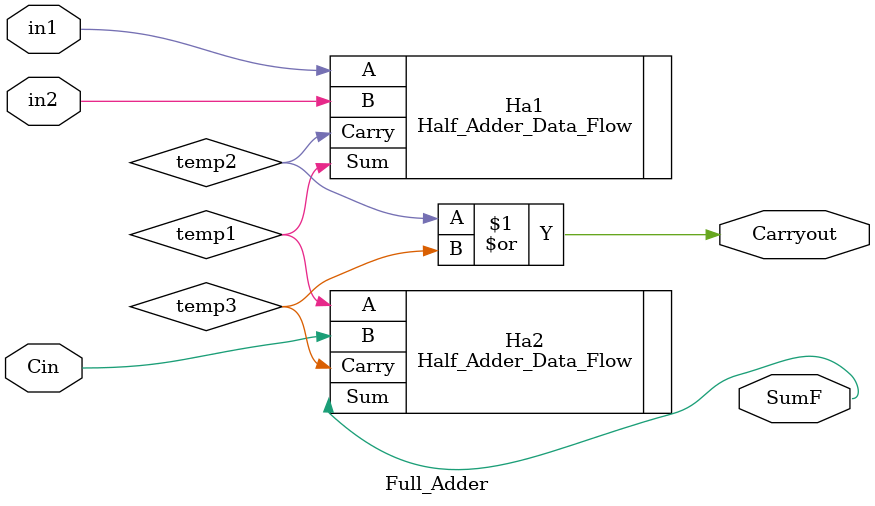
<source format=v>
module Full_Adder_DataFlow(input A,B,Cin, output Sum, Cout);
assign Sum = A ^ B ^ Cin;
assign Cout = A&B | Cin&(A^B);
endmodule

// using module instantiation

module Full_Adder(input in1, in2, Cin, output SumF, Carryout);
wire temp1, temp2, temp3;
Half_Adder_Data_Flow Ha1(.A(in1), .B(in2), .Sum(temp1), .Carry(temp2));
Half_Adder_Data_Flow Ha2(.A(temp1), .B(Cin), .Sum(SumF), .Carry(temp3));
assign Carryout = temp2 | temp3;
endmodule
</source>
